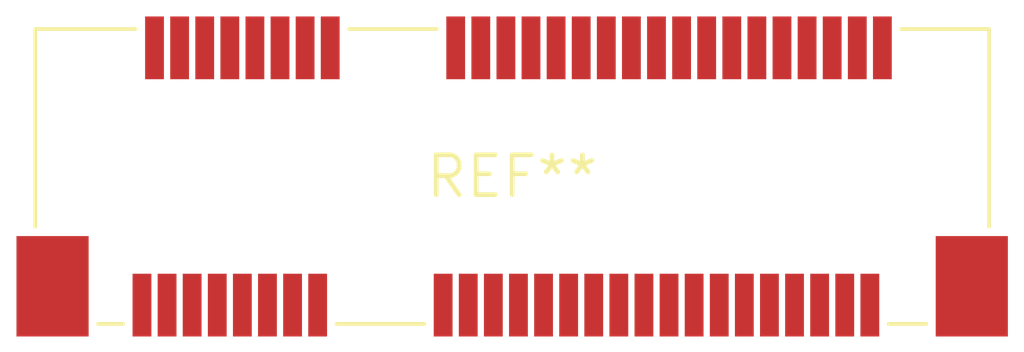
<source format=kicad_pcb>
(kicad_pcb (version 20240108) (generator pcbnew)
  (layers (0 "F.Cu" signal) (31 "B.Cu" signal) (34 "B.Paste" user) (35 "F.Paste" user) (36 "B.SilkS" user "B.Silkscreen") (37 "F.SilkS" user "F.Silkscreen") (38 "B.Mask" user) (39 "F.Mask" user) (44 "Edge.Cuts" user))
  (net 0 "")
  (footprint "BUS_PCI_Express_Mini" (layer "F.Cu") (at 0 0)
    (property "Reference" "REF**")
    (property "Value" "BUS_PCI_Express_Mini")
    (fp_line (start -15.2 -4.7) (end -15.2 1.6) (layer "F.SilkS") (stroke (width 0.12)))
    (fp_line (start -13.2 4.7) (end -12.4 4.7) (layer "F.SilkS") (stroke (width 0.12)))
    (fp_line (start -12 -4.7) (end -15.2 -4.7) (layer "F.SilkS") (stroke (width 0.12)))
    (fp_line (start -5.6 4.7) (end -2.8 4.7) (layer "F.SilkS") (stroke (width 0.12)))
    (fp_line (start -2.4 -4.7) (end -5.2 -4.7) (layer "F.SilkS") (stroke (width 0.12)))
    (fp_line (start 12 4.7) (end 13.2 4.7) (layer "F.SilkS") (stroke (width 0.12)))
    (fp_line (start 15.2 -4.7) (end 12.4 -4.7) (layer "F.SilkS") (stroke (width 0.12)))
    (fp_line (start 15.2 1.6) (end 15.2 -4.7) (layer "F.SilkS") (stroke (width 0.12)))
    (pad "" np_thru_hole circle (at -12.5 0) (size 1.6 1.6) (drill 1.6) (layers *.Cu *.Mask))
    (pad "" np_thru_hole circle (at 12.5 0) (size 1.1 1.1) (drill 1.1) (layers *.Cu *.Mask))
    (pad "1" smd rect (at -11.8 4.1) (size 0.6 2) (layers "F.Cu" "F.Paste" "F.Mask"))
    (pad "2" smd rect (at -11.4 -4.1) (size 0.6 2) (layers "F.Cu" "F.Paste" "F.Mask"))
    (pad "3" smd rect (at -11 4.1) (size 0.6 2) (layers "F.Cu" "F.Paste" "F.Mask"))
    (pad "4" smd rect (at -10.6 -4.1) (size 0.6 2) (layers "F.Cu" "F.Paste" "F.Mask"))
    (pad "5" smd rect (at -10.2 4.1) (size 0.6 2) (layers "F.Cu" "F.Paste" "F.Mask"))
    (pad "6" smd rect (at -9.8 -4.1) (size 0.6 2) (layers "F.Cu" "F.Paste" "F.Mask"))
    (pad "7" smd rect (at -9.4 4.1) (size 0.6 2) (layers "F.Cu" "F.Paste" "F.Mask"))
    (pad "8" smd rect (at -9 -4.1) (size 0.6 2) (layers "F.Cu" "F.Paste" "F.Mask"))
    (pad "9" smd rect (at -8.6 4.1) (size 0.6 2) (layers "F.Cu" "F.Paste" "F.Mask"))
    (pad "10" smd rect (at -8.2 -4.1) (size 0.6 2) (layers "F.Cu" "F.Paste" "F.Mask"))
    (pad "11" smd rect (at -7.8 4.1) (size 0.6 2) (layers "F.Cu" "F.Paste" "F.Mask"))
    (pad "12" smd rect (at -7.4 -4.1) (size 0.6 2) (layers "F.Cu" "F.Paste" "F.Mask"))
    (pad "13" smd rect (at -7 4.1) (size 0.6 2) (layers "F.Cu" "F.Paste" "F.Mask"))
    (pad "14" smd rect (at -6.6 -4.1) (size 0.6 2) (layers "F.Cu" "F.Paste" "F.Mask"))
    (pad "15" smd rect (at -6.2 4.1) (size 0.6 2) (layers "F.Cu" "F.Paste" "F.Mask"))
    (pad "16" smd rect (at -5.8 -4.1) (size 0.6 2) (layers "F.Cu" "F.Paste" "F.Mask"))
    (pad "17" smd rect (at -2.2 4.1) (size 0.6 2) (layers "F.Cu" "F.Paste" "F.Mask"))
    (pad "18" smd rect (at -1.8 -4.1) (size 0.6 2) (layers "F.Cu" "F.Paste" "F.Mask"))
    (pad "19" smd rect (at -1.4 4.1) (size 0.6 2) (layers "F.Cu" "F.Paste" "F.Mask"))
    (pad "20" smd rect (at -1 -4.1) (size 0.6 2) (layers "F.Cu" "F.Paste" "F.Mask"))
    (pad "21" smd rect (at -0.6 4.1) (size 0.6 2) (layers "F.Cu" "F.Paste" "F.Mask"))
    (pad "22" smd rect (at -0.2 -4.1) (size 0.6 2) (layers "F.Cu" "F.Paste" "F.Mask"))
    (pad "23" smd rect (at 0.2 4.1) (size 0.6 2) (layers "F.Cu" "F.Paste" "F.Mask"))
    (pad "24" smd rect (at 0.6 -4.1) (size 0.6 2) (layers "F.Cu" "F.Paste" "F.Mask"))
    (pad "25" smd rect (at 1 4.1) (size 0.6 2) (layers "F.Cu" "F.Paste" "F.Mask"))
    (pad "26" smd rect (at 1.4 -4.1) (size 0.6 2) (layers "F.Cu" "F.Paste" "F.Mask"))
    (pad "27" smd rect (at 1.8 4.1) (size 0.6 2) (layers "F.Cu" "F.Paste" "F.Mask"))
    (pad "28" smd rect (at 2.2 -4.1) (size 0.6 2) (layers "F.Cu" "F.Paste" "F.Mask"))
    (pad "29" smd rect (at 2.6 4.1) (size 0.6 2) (layers "F.Cu" "F.Paste" "F.Mask"))
    (pad "30" smd rect (at 3 -4.1) (size 0.6 2) (layers "F.Cu" "F.Paste" "F.Mask"))
    (pad "31" smd rect (at 3.4 4.1) (size 0.6 2) (layers "F.Cu" "F.Paste" "F.Mask"))
    (pad "32" smd rect (at 3.8 -4.1) (size 0.6 2) (layers "F.Cu" "F.Paste" "F.Mask"))
    (pad "33" smd rect (at 4.2 4.1) (size 0.6 2) (layers "F.Cu" "F.Paste" "F.Mask"))
    (pad "34" smd rect (at 4.6 -4.1) (size 0.6 2) (layers "F.Cu" "F.Paste" "F.Mask"))
    (pad "35" smd rect (at 5 4.1) (size 0.6 2) (layers "F.Cu" "F.Paste" "F.Mask"))
    (pad "36" smd rect (at 5.4 -4.1) (size 0.6 2) (layers "F.Cu" "F.Paste" "F.Mask"))
    (pad "37" smd rect (at 5.8 4.1) (size 0.6 2) (layers "F.Cu" "F.Paste" "F.Mask"))
    (pad "38" smd rect (at 6.2 -4.1) (size 0.6 2) (layers "F.Cu" "F.Paste" "F.Mask"))
    (pad "39" smd rect (at 6.6 4.1) (size 0.6 2) (layers "F.Cu" "F.Paste" "F.Mask"))
    (pad "40" smd rect (at 7 -4.1) (size 0.6 2) (layers "F.Cu" "F.Paste" "F.Mask"))
    (pad "41" smd rect (at 7.4 4.1) (size 0.6 2) (layers "F.Cu" "F.Paste" "F.Mask"))
    (pad "42" smd rect (at 7.8 -4.1) (size 0.6 2) (layers "F.Cu" "F.Paste" "F.Mask"))
    (pad "43" smd rect (at 8.2 4.1) (size 0.6 2) (layers "F.Cu" "F.Paste" "F.Mask"))
    (pad "44" smd rect (at 8.6 -4.1) (size 0.6 2) (layers "F.Cu" "F.Paste" "F.Mask"))
    (pad "45" smd rect (at 9 4.1) (size 0.6 2) (layers "F.Cu" "F.Paste" "F.Mask"))
    (pad "46" smd rect (at 9.4 -4.1) (size 0.6 2) (layers "F.Cu" "F.Paste" "F.Mask"))
    (pad "47" smd rect (at 9.8 4.1) (size 0.6 2) (layers "F.Cu" "F.Paste" "F.Mask"))
    (pad "48" smd rect (at 10.2 -4.1) (size 0.6 2) (layers "F.Cu" "F.Paste" "F.Mask"))
    (pad "49" smd rect (at 10.6 4.1) (size 0.6 2) (layers "F.Cu" "F.Paste" "F.Mask"))
    (pad "50" smd rect (at 11 -4.1) (size 0.6 2) (layers "F.Cu" "F.Paste" "F.Mask"))
    (pad "51" smd rect (at 11.4 4.1) (size 0.6 2) (layers "F.Cu" "F.Paste" "F.Mask"))
    (pad "52" smd rect (at 11.8 -4.1) (size 0.6 2) (layers "F.Cu" "F.Paste" "F.Mask"))
    (pad "MP" smd rect (at -14.65 3.5) (size 2.3 3.2) (layers "F.Cu" "F.Paste" "F.Mask"))
    (pad "MP" smd rect (at 14.65 3.5) (size 2.3 3.2) (layers "F.Cu" "F.Paste" "F.Mask"))
  )
)
</source>
